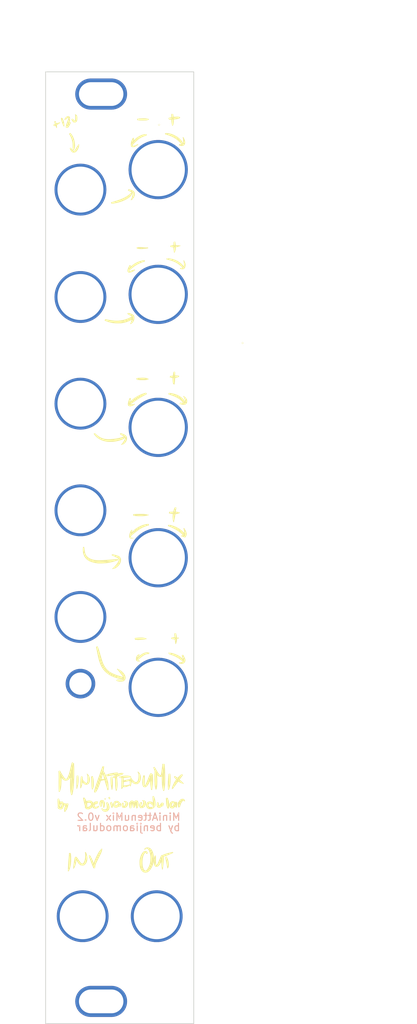
<source format=kicad_pcb>
(kicad_pcb (version 20211014) (generator pcbnew)
  (title_block (title "MiniAttenuMix") (rev "v0.2") (company "benjiaomodular"))
  (layers (0 "F.Cu" signal) (31 "B.Cu" signal) (34 "B.Paste" user) (35 "F.Paste" user) (36 "B.SilkS" user "B.Silkscreen") (37 "F.SilkS" user "F.Silkscreen") (38 "B.Mask" user) (39 "F.Mask" user) (44 "Edge.Cuts" user))
  (net 0 "")
  (footprint "benjiaomodular:PanelHole_AudioJack_3.5mm" (layer "F.Cu") (at 114.7 68.3)
    (fp_text reference "REF**")
    (fp_text value "PanelHole_AudioJack_3.5mm")
    (pad "" np_thru_hole circle (at 0 6.5 180) (size 7 7) (drill 6.2) (layers F&B.Cu *.Mask))
  )
  (footprint "benjiaomodular:PanelHole_AudioJack_3.5mm" (layer "F.Cu") (at 115 137.5)
    (fp_text reference "REF**")
    (fp_text value "PanelHole_AudioJack_3.5mm")
    (pad "" np_thru_hole circle (at 0 6.5 180) (size 7 7) (drill 6.2) (layers F&B.Cu *.Mask))
  )
  (footprint "benjiaomodular:PanelHole_Potentiometer_RV09" (layer "F.Cu") (at 122.7 120.6 90)
    (fp_text reference "REF**" hide)
    (fp_text value "PanelHole_Potentiometer_RV09" hide)
    (pad "" np_thru_hole circle (at 7.5 2.5 180) (size 8 8) (drill 7.2) (layers F&B.Cu *.Mask))
  )
  (footprint "benjiaomodular:PanelHole_Potentiometer_RV09" (layer "F.Cu") (at 122.7 67.5425 90)
    (fp_text reference "REF**" hide)
    (fp_text value "PanelHole_Potentiometer_RV09" hide)
    (pad "" np_thru_hole circle (at 7.5 2.5 180) (size 8 8) (drill 7.2) (layers F&B.Cu *.Mask))
  )
  (footprint "benjiaomodular:PanelHole_AudioJack_3.5mm" (layer "F.Cu") (at 114.7 39.4)
    (fp_text reference "REF**")
    (fp_text value "PanelHole_AudioJack_3.5mm")
    (pad "" np_thru_hole circle (at 0 6.5 180) (size 7 7) (drill 6.2) (layers F&B.Cu *.Mask))
  )
  (footprint "benjiaomodular:PanelHole_Potentiometer_RV09" (layer "F.Cu") (at 122.7 103.1 90)
    (fp_text reference "REF**" hide)
    (fp_text value "PanelHole_Potentiometer_RV09" hide)
    (pad "" np_thru_hole circle (at 7.5 2.5 180) (size 8 8) (drill 7.2) (layers F&B.Cu *.Mask))
  )
  (footprint "benjiaomodular:Panel_4HP" (layer "F.Cu") (at 110 30)
    (fp_text reference "REF**" hide)
    (fp_text value "Panel_4HP")
    (pad "" thru_hole oval locked (at 7.5 3) (size 7 4.2) (drill oval 6 3.2) (layers *.Cu *.Mask))
    (pad "" thru_hole oval locked (at 7.5 125.5) (size 7 4.2) (drill oval 6 3.2) (layers *.Cu *.Mask))
  )
  (footprint "benjiaomodular:PanelHole_AudioJack_3.5mm" (layer "F.Cu") (at 114.7 53.9)
    (fp_text reference "REF**")
    (fp_text value "PanelHole_AudioJack_3.5mm")
    (pad "" np_thru_hole circle (at 0 6.5 180) (size 7 7) (drill 6.2) (layers F&B.Cu *.Mask))
  )
  (footprint "benjiaomodular:PanelHole_AudioJack_3.5mm" (layer "F.Cu") (at 125 137.5)
    (fp_text reference "REF**")
    (fp_text value "PanelHole_AudioJack_3.5mm")
    (pad "" np_thru_hole circle (at 0 6.5 180) (size 7 7) (drill 6.2) (layers F&B.Cu *.Mask))
  )
  (footprint "benjiaomodular:PanelHole_AudioJack_3.5mm" (layer "F.Cu") (at 114.7 82.7)
    (fp_text reference "REF**")
    (fp_text value "PanelHole_AudioJack_3.5mm")
    (pad "" np_thru_hole circle (at 0 6.5 180) (size 7 7) (drill 6.2) (layers F&B.Cu *.Mask))
  )
  (footprint "LOGO" (layer "F.Cu") (at 159.914417 130.008448)
    (fp_text reference "G***" hide)
    (fp_text value "LOGO" hide)
  )
  (footprint "benjiaomodular:PanelHole_Potentiometer_RV09" (layer "F.Cu") (at 122.7 85.5 90)
    (fp_text reference "REF**" hide)
    (fp_text value "PanelHole_Potentiometer_RV09" hide)
    (pad "" np_thru_hole circle (at 7.5 2.5 180) (size 8 8) (drill 7.2) (layers F&B.Cu *.Mask))
  )
  (footprint "benjiaomodular:PanelHole_Potentiometer_RV09" (layer "F.Cu") (at 122.7 50.7 90)
    (fp_text reference "REF**" hide)
    (fp_text value "PanelHole_Potentiometer_RV09" hide)
    (pad "" np_thru_hole circle (at 7.5 2.5 180) (size 8 8) (drill 7.2) (layers F&B.Cu *.Mask))
  )
  (footprint "benjiaomodular:PanelHole_AudioJack_3.5mm" (layer "F.Cu") (at 114.7 97.1)
    (fp_text reference "REF**")
    (fp_text value "PanelHole_AudioJack_3.5mm")
    (pad "" np_thru_hole circle (at 0 6.5 180) (size 7 7) (drill 6.2) (layers F&B.Cu *.Mask))
  )
  (gr_line (start 110 158.5) (end 110 30) (layer "Edge.Cuts") (width 0.1))
  (gr_line (start 130 158.5) (end 110 158.5) (layer "Edge.Cuts") (width 0.1))
  (gr_line (start 110 30) (end 130 30) (layer "Edge.Cuts") (width 0.1))
  (gr_line (start 130 30) (end 130 158.5) (layer "Edge.Cuts") (width 0.1))
  (gr_text "by benjiaomodular" (at 121.2 132) (layer "B.SilkS") (effects (font (size 1 1)) (justify mirror)))
  (gr_text "MiniAttenuMix v0.2\n" (at 121.2 130.6) (layer "B.SilkS") (effects (font (size 1 1)) (justify mirror)))
  (via (at 114.7 112.6) (size 4) (drill 3) (layers "F.Cu" "B.Cu") (net 0))
)
</source>
